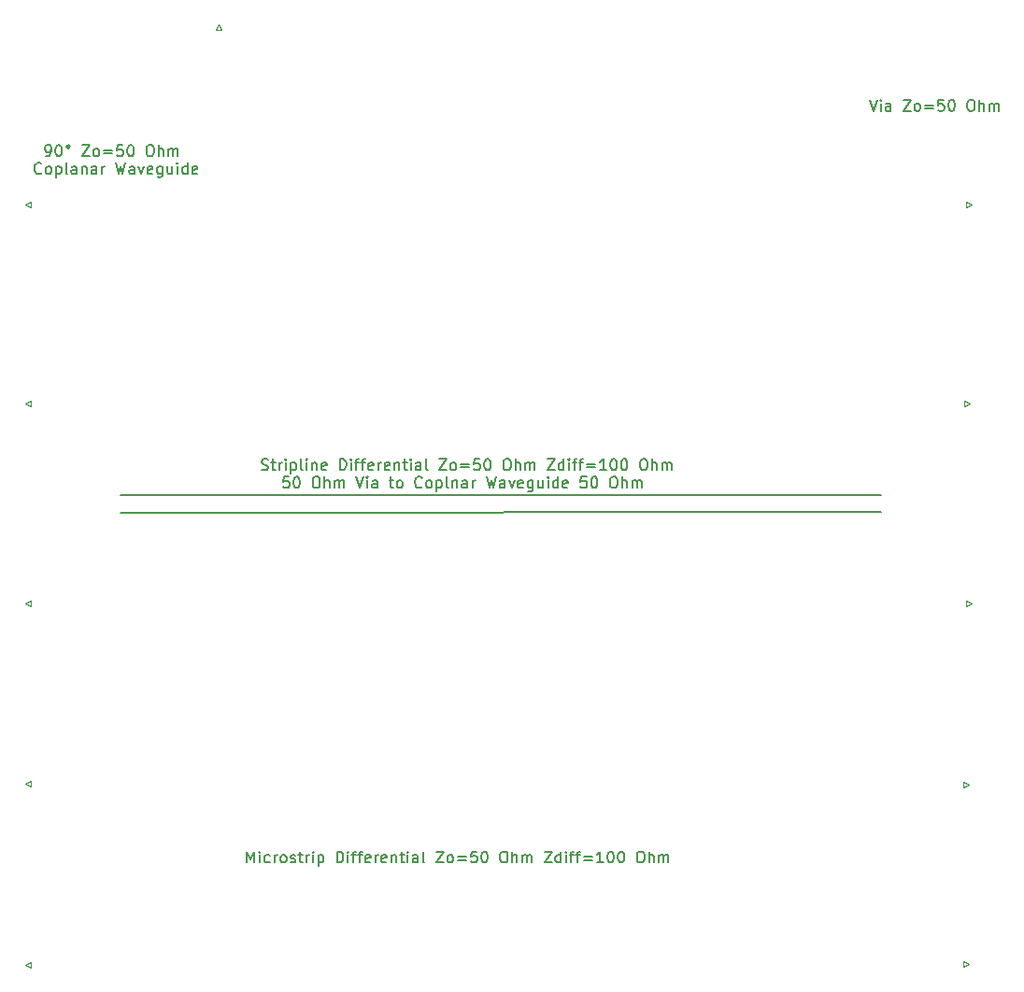
<source format=gto>
G04 #@! TF.GenerationSoftware,KiCad,Pcbnew,(6.0.1)*
G04 #@! TF.CreationDate,2022-06-06T21:41:38+02:00*
G04 #@! TF.ProjectId,rf_test_board,72665f74-6573-4745-9f62-6f6172642e6b,rev?*
G04 #@! TF.SameCoordinates,Original*
G04 #@! TF.FileFunction,Legend,Top*
G04 #@! TF.FilePolarity,Positive*
%FSLAX46Y46*%
G04 Gerber Fmt 4.6, Leading zero omitted, Abs format (unit mm)*
G04 Created by KiCad (PCBNEW (6.0.1)) date 2022-06-06 21:41:38*
%MOMM*%
%LPD*%
G01*
G04 APERTURE LIST*
%ADD10C,0.150000*%
%ADD11C,0.120000*%
%ADD12R,5.080000X2.420000*%
%ADD13R,5.080000X2.290000*%
%ADD14R,2.290000X5.080000*%
%ADD15R,2.420000X5.080000*%
G04 APERTURE END LIST*
D10*
X137327428Y-78192380D02*
X137660761Y-79192380D01*
X137994095Y-78192380D01*
X138327428Y-79192380D02*
X138327428Y-78525714D01*
X138327428Y-78192380D02*
X138279809Y-78240000D01*
X138327428Y-78287619D01*
X138375047Y-78240000D01*
X138327428Y-78192380D01*
X138327428Y-78287619D01*
X139232190Y-79192380D02*
X139232190Y-78668571D01*
X139184571Y-78573333D01*
X139089333Y-78525714D01*
X138898857Y-78525714D01*
X138803619Y-78573333D01*
X139232190Y-79144761D02*
X139136952Y-79192380D01*
X138898857Y-79192380D01*
X138803619Y-79144761D01*
X138756000Y-79049523D01*
X138756000Y-78954285D01*
X138803619Y-78859047D01*
X138898857Y-78811428D01*
X139136952Y-78811428D01*
X139232190Y-78763809D01*
X140375047Y-78192380D02*
X141041714Y-78192380D01*
X140375047Y-79192380D01*
X141041714Y-79192380D01*
X141565523Y-79192380D02*
X141470285Y-79144761D01*
X141422666Y-79097142D01*
X141375047Y-79001904D01*
X141375047Y-78716190D01*
X141422666Y-78620952D01*
X141470285Y-78573333D01*
X141565523Y-78525714D01*
X141708380Y-78525714D01*
X141803619Y-78573333D01*
X141851238Y-78620952D01*
X141898857Y-78716190D01*
X141898857Y-79001904D01*
X141851238Y-79097142D01*
X141803619Y-79144761D01*
X141708380Y-79192380D01*
X141565523Y-79192380D01*
X142327428Y-78668571D02*
X143089333Y-78668571D01*
X143089333Y-78954285D02*
X142327428Y-78954285D01*
X144041714Y-78192380D02*
X143565523Y-78192380D01*
X143517904Y-78668571D01*
X143565523Y-78620952D01*
X143660761Y-78573333D01*
X143898857Y-78573333D01*
X143994095Y-78620952D01*
X144041714Y-78668571D01*
X144089333Y-78763809D01*
X144089333Y-79001904D01*
X144041714Y-79097142D01*
X143994095Y-79144761D01*
X143898857Y-79192380D01*
X143660761Y-79192380D01*
X143565523Y-79144761D01*
X143517904Y-79097142D01*
X144708380Y-78192380D02*
X144803619Y-78192380D01*
X144898857Y-78240000D01*
X144946476Y-78287619D01*
X144994095Y-78382857D01*
X145041714Y-78573333D01*
X145041714Y-78811428D01*
X144994095Y-79001904D01*
X144946476Y-79097142D01*
X144898857Y-79144761D01*
X144803619Y-79192380D01*
X144708380Y-79192380D01*
X144613142Y-79144761D01*
X144565523Y-79097142D01*
X144517904Y-79001904D01*
X144470285Y-78811428D01*
X144470285Y-78573333D01*
X144517904Y-78382857D01*
X144565523Y-78287619D01*
X144613142Y-78240000D01*
X144708380Y-78192380D01*
X146422666Y-78192380D02*
X146613142Y-78192380D01*
X146708380Y-78240000D01*
X146803619Y-78335238D01*
X146851238Y-78525714D01*
X146851238Y-78859047D01*
X146803619Y-79049523D01*
X146708380Y-79144761D01*
X146613142Y-79192380D01*
X146422666Y-79192380D01*
X146327428Y-79144761D01*
X146232190Y-79049523D01*
X146184571Y-78859047D01*
X146184571Y-78525714D01*
X146232190Y-78335238D01*
X146327428Y-78240000D01*
X146422666Y-78192380D01*
X147279809Y-79192380D02*
X147279809Y-78192380D01*
X147708380Y-79192380D02*
X147708380Y-78668571D01*
X147660761Y-78573333D01*
X147565523Y-78525714D01*
X147422666Y-78525714D01*
X147327428Y-78573333D01*
X147279809Y-78620952D01*
X148184571Y-79192380D02*
X148184571Y-78525714D01*
X148184571Y-78620952D02*
X148232190Y-78573333D01*
X148327428Y-78525714D01*
X148470285Y-78525714D01*
X148565523Y-78573333D01*
X148613142Y-78668571D01*
X148613142Y-79192380D01*
X148613142Y-78668571D02*
X148660761Y-78573333D01*
X148756000Y-78525714D01*
X148898857Y-78525714D01*
X148994095Y-78573333D01*
X149041714Y-78668571D01*
X149041714Y-79192380D01*
X62695670Y-83288984D02*
X62886146Y-83288984D01*
X62981384Y-83241365D01*
X63029004Y-83193746D01*
X63124242Y-83050889D01*
X63171861Y-82860413D01*
X63171861Y-82479461D01*
X63124242Y-82384223D01*
X63076623Y-82336604D01*
X62981384Y-82288984D01*
X62790908Y-82288984D01*
X62695670Y-82336604D01*
X62648051Y-82384223D01*
X62600432Y-82479461D01*
X62600432Y-82717556D01*
X62648051Y-82812794D01*
X62695670Y-82860413D01*
X62790908Y-82908032D01*
X62981384Y-82908032D01*
X63076623Y-82860413D01*
X63124242Y-82812794D01*
X63171861Y-82717556D01*
X63790908Y-82288984D02*
X63886146Y-82288984D01*
X63981384Y-82336604D01*
X64029004Y-82384223D01*
X64076623Y-82479461D01*
X64124242Y-82669937D01*
X64124242Y-82908032D01*
X64076623Y-83098508D01*
X64029004Y-83193746D01*
X63981384Y-83241365D01*
X63886146Y-83288984D01*
X63790908Y-83288984D01*
X63695670Y-83241365D01*
X63648051Y-83193746D01*
X63600432Y-83098508D01*
X63552813Y-82908032D01*
X63552813Y-82669937D01*
X63600432Y-82479461D01*
X63648051Y-82384223D01*
X63695670Y-82336604D01*
X63790908Y-82288984D01*
X64695670Y-82288984D02*
X64600432Y-82336604D01*
X64552813Y-82431842D01*
X64600432Y-82527080D01*
X64695670Y-82574699D01*
X64790908Y-82527080D01*
X64838527Y-82431842D01*
X64790908Y-82336604D01*
X64695670Y-82288984D01*
X65981384Y-82288984D02*
X66648051Y-82288984D01*
X65981384Y-83288984D01*
X66648051Y-83288984D01*
X67171861Y-83288984D02*
X67076623Y-83241365D01*
X67029004Y-83193746D01*
X66981384Y-83098508D01*
X66981384Y-82812794D01*
X67029004Y-82717556D01*
X67076623Y-82669937D01*
X67171861Y-82622318D01*
X67314718Y-82622318D01*
X67409956Y-82669937D01*
X67457575Y-82717556D01*
X67505194Y-82812794D01*
X67505194Y-83098508D01*
X67457575Y-83193746D01*
X67409956Y-83241365D01*
X67314718Y-83288984D01*
X67171861Y-83288984D01*
X67933765Y-82765175D02*
X68695670Y-82765175D01*
X68695670Y-83050889D02*
X67933765Y-83050889D01*
X69648051Y-82288984D02*
X69171861Y-82288984D01*
X69124242Y-82765175D01*
X69171861Y-82717556D01*
X69267099Y-82669937D01*
X69505194Y-82669937D01*
X69600432Y-82717556D01*
X69648051Y-82765175D01*
X69695670Y-82860413D01*
X69695670Y-83098508D01*
X69648051Y-83193746D01*
X69600432Y-83241365D01*
X69505194Y-83288984D01*
X69267099Y-83288984D01*
X69171861Y-83241365D01*
X69124242Y-83193746D01*
X70314718Y-82288984D02*
X70409956Y-82288984D01*
X70505194Y-82336604D01*
X70552813Y-82384223D01*
X70600432Y-82479461D01*
X70648051Y-82669937D01*
X70648051Y-82908032D01*
X70600432Y-83098508D01*
X70552813Y-83193746D01*
X70505194Y-83241365D01*
X70409956Y-83288984D01*
X70314718Y-83288984D01*
X70219480Y-83241365D01*
X70171861Y-83193746D01*
X70124242Y-83098508D01*
X70076623Y-82908032D01*
X70076623Y-82669937D01*
X70124242Y-82479461D01*
X70171861Y-82384223D01*
X70219480Y-82336604D01*
X70314718Y-82288984D01*
X72029004Y-82288984D02*
X72219480Y-82288984D01*
X72314718Y-82336604D01*
X72409956Y-82431842D01*
X72457575Y-82622318D01*
X72457575Y-82955651D01*
X72409956Y-83146127D01*
X72314718Y-83241365D01*
X72219480Y-83288984D01*
X72029004Y-83288984D01*
X71933765Y-83241365D01*
X71838527Y-83146127D01*
X71790908Y-82955651D01*
X71790908Y-82622318D01*
X71838527Y-82431842D01*
X71933765Y-82336604D01*
X72029004Y-82288984D01*
X72886146Y-83288984D02*
X72886146Y-82288984D01*
X73314718Y-83288984D02*
X73314718Y-82765175D01*
X73267099Y-82669937D01*
X73171861Y-82622318D01*
X73029004Y-82622318D01*
X72933765Y-82669937D01*
X72886146Y-82717556D01*
X73790908Y-83288984D02*
X73790908Y-82622318D01*
X73790908Y-82717556D02*
X73838527Y-82669937D01*
X73933765Y-82622318D01*
X74076623Y-82622318D01*
X74171861Y-82669937D01*
X74219480Y-82765175D01*
X74219480Y-83288984D01*
X74219480Y-82765175D02*
X74267099Y-82669937D01*
X74362337Y-82622318D01*
X74505194Y-82622318D01*
X74600432Y-82669937D01*
X74648051Y-82765175D01*
X74648051Y-83288984D01*
X62267099Y-84803746D02*
X62219480Y-84851365D01*
X62076623Y-84898984D01*
X61981384Y-84898984D01*
X61838527Y-84851365D01*
X61743289Y-84756127D01*
X61695670Y-84660889D01*
X61648051Y-84470413D01*
X61648051Y-84327556D01*
X61695670Y-84137080D01*
X61743289Y-84041842D01*
X61838527Y-83946604D01*
X61981384Y-83898984D01*
X62076623Y-83898984D01*
X62219480Y-83946604D01*
X62267099Y-83994223D01*
X62838527Y-84898984D02*
X62743289Y-84851365D01*
X62695670Y-84803746D01*
X62648051Y-84708508D01*
X62648051Y-84422794D01*
X62695670Y-84327556D01*
X62743289Y-84279937D01*
X62838527Y-84232318D01*
X62981384Y-84232318D01*
X63076623Y-84279937D01*
X63124242Y-84327556D01*
X63171861Y-84422794D01*
X63171861Y-84708508D01*
X63124242Y-84803746D01*
X63076623Y-84851365D01*
X62981384Y-84898984D01*
X62838527Y-84898984D01*
X63600432Y-84232318D02*
X63600432Y-85232318D01*
X63600432Y-84279937D02*
X63695670Y-84232318D01*
X63886146Y-84232318D01*
X63981384Y-84279937D01*
X64029004Y-84327556D01*
X64076623Y-84422794D01*
X64076623Y-84708508D01*
X64029004Y-84803746D01*
X63981384Y-84851365D01*
X63886146Y-84898984D01*
X63695670Y-84898984D01*
X63600432Y-84851365D01*
X64648051Y-84898984D02*
X64552813Y-84851365D01*
X64505194Y-84756127D01*
X64505194Y-83898984D01*
X65457575Y-84898984D02*
X65457575Y-84375175D01*
X65409956Y-84279937D01*
X65314718Y-84232318D01*
X65124242Y-84232318D01*
X65029004Y-84279937D01*
X65457575Y-84851365D02*
X65362337Y-84898984D01*
X65124242Y-84898984D01*
X65029004Y-84851365D01*
X64981384Y-84756127D01*
X64981384Y-84660889D01*
X65029004Y-84565651D01*
X65124242Y-84518032D01*
X65362337Y-84518032D01*
X65457575Y-84470413D01*
X65933765Y-84232318D02*
X65933765Y-84898984D01*
X65933765Y-84327556D02*
X65981384Y-84279937D01*
X66076623Y-84232318D01*
X66219480Y-84232318D01*
X66314718Y-84279937D01*
X66362337Y-84375175D01*
X66362337Y-84898984D01*
X67267099Y-84898984D02*
X67267099Y-84375175D01*
X67219480Y-84279937D01*
X67124242Y-84232318D01*
X66933765Y-84232318D01*
X66838527Y-84279937D01*
X67267099Y-84851365D02*
X67171861Y-84898984D01*
X66933765Y-84898984D01*
X66838527Y-84851365D01*
X66790908Y-84756127D01*
X66790908Y-84660889D01*
X66838527Y-84565651D01*
X66933765Y-84518032D01*
X67171861Y-84518032D01*
X67267099Y-84470413D01*
X67743289Y-84898984D02*
X67743289Y-84232318D01*
X67743289Y-84422794D02*
X67790908Y-84327556D01*
X67838527Y-84279937D01*
X67933765Y-84232318D01*
X68029004Y-84232318D01*
X69029004Y-83898984D02*
X69267099Y-84898984D01*
X69457575Y-84184699D01*
X69648051Y-84898984D01*
X69886146Y-83898984D01*
X70695670Y-84898984D02*
X70695670Y-84375175D01*
X70648051Y-84279937D01*
X70552813Y-84232318D01*
X70362337Y-84232318D01*
X70267099Y-84279937D01*
X70695670Y-84851365D02*
X70600432Y-84898984D01*
X70362337Y-84898984D01*
X70267099Y-84851365D01*
X70219480Y-84756127D01*
X70219480Y-84660889D01*
X70267099Y-84565651D01*
X70362337Y-84518032D01*
X70600432Y-84518032D01*
X70695670Y-84470413D01*
X71076623Y-84232318D02*
X71314718Y-84898984D01*
X71552813Y-84232318D01*
X72314718Y-84851365D02*
X72219480Y-84898984D01*
X72029004Y-84898984D01*
X71933765Y-84851365D01*
X71886146Y-84756127D01*
X71886146Y-84375175D01*
X71933765Y-84279937D01*
X72029004Y-84232318D01*
X72219480Y-84232318D01*
X72314718Y-84279937D01*
X72362337Y-84375175D01*
X72362337Y-84470413D01*
X71886146Y-84565651D01*
X73219480Y-84232318D02*
X73219480Y-85041842D01*
X73171861Y-85137080D01*
X73124242Y-85184699D01*
X73029004Y-85232318D01*
X72886146Y-85232318D01*
X72790908Y-85184699D01*
X73219480Y-84851365D02*
X73124242Y-84898984D01*
X72933765Y-84898984D01*
X72838527Y-84851365D01*
X72790908Y-84803746D01*
X72743289Y-84708508D01*
X72743289Y-84422794D01*
X72790908Y-84327556D01*
X72838527Y-84279937D01*
X72933765Y-84232318D01*
X73124242Y-84232318D01*
X73219480Y-84279937D01*
X74124242Y-84232318D02*
X74124242Y-84898984D01*
X73695670Y-84232318D02*
X73695670Y-84756127D01*
X73743289Y-84851365D01*
X73838527Y-84898984D01*
X73981384Y-84898984D01*
X74076623Y-84851365D01*
X74124242Y-84803746D01*
X74600432Y-84898984D02*
X74600432Y-84232318D01*
X74600432Y-83898984D02*
X74552813Y-83946604D01*
X74600432Y-83994223D01*
X74648051Y-83946604D01*
X74600432Y-83898984D01*
X74600432Y-83994223D01*
X75505194Y-84898984D02*
X75505194Y-83898984D01*
X75505194Y-84851365D02*
X75409956Y-84898984D01*
X75219480Y-84898984D01*
X75124242Y-84851365D01*
X75076623Y-84803746D01*
X75029004Y-84708508D01*
X75029004Y-84422794D01*
X75076623Y-84327556D01*
X75124242Y-84279937D01*
X75219480Y-84232318D01*
X75409956Y-84232318D01*
X75505194Y-84279937D01*
X76362337Y-84851365D02*
X76267099Y-84898984D01*
X76076623Y-84898984D01*
X75981384Y-84851365D01*
X75933765Y-84756127D01*
X75933765Y-84375175D01*
X75981384Y-84279937D01*
X76076623Y-84232318D01*
X76267099Y-84232318D01*
X76362337Y-84279937D01*
X76409956Y-84375175D01*
X76409956Y-84470413D01*
X75933765Y-84565651D01*
X69425000Y-115600000D02*
X138400000Y-115575000D01*
X138400000Y-114025000D02*
X69425000Y-114025000D01*
X82229761Y-111699761D02*
X82372619Y-111747380D01*
X82610714Y-111747380D01*
X82705952Y-111699761D01*
X82753571Y-111652142D01*
X82801190Y-111556904D01*
X82801190Y-111461666D01*
X82753571Y-111366428D01*
X82705952Y-111318809D01*
X82610714Y-111271190D01*
X82420238Y-111223571D01*
X82325000Y-111175952D01*
X82277380Y-111128333D01*
X82229761Y-111033095D01*
X82229761Y-110937857D01*
X82277380Y-110842619D01*
X82325000Y-110795000D01*
X82420238Y-110747380D01*
X82658333Y-110747380D01*
X82801190Y-110795000D01*
X83086904Y-111080714D02*
X83467857Y-111080714D01*
X83229761Y-110747380D02*
X83229761Y-111604523D01*
X83277380Y-111699761D01*
X83372619Y-111747380D01*
X83467857Y-111747380D01*
X83801190Y-111747380D02*
X83801190Y-111080714D01*
X83801190Y-111271190D02*
X83848809Y-111175952D01*
X83896428Y-111128333D01*
X83991666Y-111080714D01*
X84086904Y-111080714D01*
X84420238Y-111747380D02*
X84420238Y-111080714D01*
X84420238Y-110747380D02*
X84372619Y-110795000D01*
X84420238Y-110842619D01*
X84467857Y-110795000D01*
X84420238Y-110747380D01*
X84420238Y-110842619D01*
X84896428Y-111080714D02*
X84896428Y-112080714D01*
X84896428Y-111128333D02*
X84991666Y-111080714D01*
X85182142Y-111080714D01*
X85277380Y-111128333D01*
X85325000Y-111175952D01*
X85372619Y-111271190D01*
X85372619Y-111556904D01*
X85325000Y-111652142D01*
X85277380Y-111699761D01*
X85182142Y-111747380D01*
X84991666Y-111747380D01*
X84896428Y-111699761D01*
X85944047Y-111747380D02*
X85848809Y-111699761D01*
X85801190Y-111604523D01*
X85801190Y-110747380D01*
X86325000Y-111747380D02*
X86325000Y-111080714D01*
X86325000Y-110747380D02*
X86277380Y-110795000D01*
X86325000Y-110842619D01*
X86372619Y-110795000D01*
X86325000Y-110747380D01*
X86325000Y-110842619D01*
X86801190Y-111080714D02*
X86801190Y-111747380D01*
X86801190Y-111175952D02*
X86848809Y-111128333D01*
X86944047Y-111080714D01*
X87086904Y-111080714D01*
X87182142Y-111128333D01*
X87229761Y-111223571D01*
X87229761Y-111747380D01*
X88086904Y-111699761D02*
X87991666Y-111747380D01*
X87801190Y-111747380D01*
X87705952Y-111699761D01*
X87658333Y-111604523D01*
X87658333Y-111223571D01*
X87705952Y-111128333D01*
X87801190Y-111080714D01*
X87991666Y-111080714D01*
X88086904Y-111128333D01*
X88134523Y-111223571D01*
X88134523Y-111318809D01*
X87658333Y-111414047D01*
X89325000Y-111747380D02*
X89325000Y-110747380D01*
X89563095Y-110747380D01*
X89705952Y-110795000D01*
X89801190Y-110890238D01*
X89848809Y-110985476D01*
X89896428Y-111175952D01*
X89896428Y-111318809D01*
X89848809Y-111509285D01*
X89801190Y-111604523D01*
X89705952Y-111699761D01*
X89563095Y-111747380D01*
X89325000Y-111747380D01*
X90325000Y-111747380D02*
X90325000Y-111080714D01*
X90325000Y-110747380D02*
X90277380Y-110795000D01*
X90325000Y-110842619D01*
X90372619Y-110795000D01*
X90325000Y-110747380D01*
X90325000Y-110842619D01*
X90658333Y-111080714D02*
X91039285Y-111080714D01*
X90801190Y-111747380D02*
X90801190Y-110890238D01*
X90848809Y-110795000D01*
X90944047Y-110747380D01*
X91039285Y-110747380D01*
X91229761Y-111080714D02*
X91610714Y-111080714D01*
X91372619Y-111747380D02*
X91372619Y-110890238D01*
X91420238Y-110795000D01*
X91515476Y-110747380D01*
X91610714Y-110747380D01*
X92325000Y-111699761D02*
X92229761Y-111747380D01*
X92039285Y-111747380D01*
X91944047Y-111699761D01*
X91896428Y-111604523D01*
X91896428Y-111223571D01*
X91944047Y-111128333D01*
X92039285Y-111080714D01*
X92229761Y-111080714D01*
X92325000Y-111128333D01*
X92372619Y-111223571D01*
X92372619Y-111318809D01*
X91896428Y-111414047D01*
X92801190Y-111747380D02*
X92801190Y-111080714D01*
X92801190Y-111271190D02*
X92848809Y-111175952D01*
X92896428Y-111128333D01*
X92991666Y-111080714D01*
X93086904Y-111080714D01*
X93801190Y-111699761D02*
X93705952Y-111747380D01*
X93515476Y-111747380D01*
X93420238Y-111699761D01*
X93372619Y-111604523D01*
X93372619Y-111223571D01*
X93420238Y-111128333D01*
X93515476Y-111080714D01*
X93705952Y-111080714D01*
X93801190Y-111128333D01*
X93848809Y-111223571D01*
X93848809Y-111318809D01*
X93372619Y-111414047D01*
X94277380Y-111080714D02*
X94277380Y-111747380D01*
X94277380Y-111175952D02*
X94325000Y-111128333D01*
X94420238Y-111080714D01*
X94563095Y-111080714D01*
X94658333Y-111128333D01*
X94705952Y-111223571D01*
X94705952Y-111747380D01*
X95039285Y-111080714D02*
X95420238Y-111080714D01*
X95182142Y-110747380D02*
X95182142Y-111604523D01*
X95229761Y-111699761D01*
X95325000Y-111747380D01*
X95420238Y-111747380D01*
X95753571Y-111747380D02*
X95753571Y-111080714D01*
X95753571Y-110747380D02*
X95705952Y-110795000D01*
X95753571Y-110842619D01*
X95801190Y-110795000D01*
X95753571Y-110747380D01*
X95753571Y-110842619D01*
X96658333Y-111747380D02*
X96658333Y-111223571D01*
X96610714Y-111128333D01*
X96515476Y-111080714D01*
X96325000Y-111080714D01*
X96229761Y-111128333D01*
X96658333Y-111699761D02*
X96563095Y-111747380D01*
X96325000Y-111747380D01*
X96229761Y-111699761D01*
X96182142Y-111604523D01*
X96182142Y-111509285D01*
X96229761Y-111414047D01*
X96325000Y-111366428D01*
X96563095Y-111366428D01*
X96658333Y-111318809D01*
X97277380Y-111747380D02*
X97182142Y-111699761D01*
X97134523Y-111604523D01*
X97134523Y-110747380D01*
X98325000Y-110747380D02*
X98991666Y-110747380D01*
X98325000Y-111747380D01*
X98991666Y-111747380D01*
X99515476Y-111747380D02*
X99420238Y-111699761D01*
X99372619Y-111652142D01*
X99325000Y-111556904D01*
X99325000Y-111271190D01*
X99372619Y-111175952D01*
X99420238Y-111128333D01*
X99515476Y-111080714D01*
X99658333Y-111080714D01*
X99753571Y-111128333D01*
X99801190Y-111175952D01*
X99848809Y-111271190D01*
X99848809Y-111556904D01*
X99801190Y-111652142D01*
X99753571Y-111699761D01*
X99658333Y-111747380D01*
X99515476Y-111747380D01*
X100277380Y-111223571D02*
X101039285Y-111223571D01*
X101039285Y-111509285D02*
X100277380Y-111509285D01*
X101991666Y-110747380D02*
X101515476Y-110747380D01*
X101467857Y-111223571D01*
X101515476Y-111175952D01*
X101610714Y-111128333D01*
X101848809Y-111128333D01*
X101944047Y-111175952D01*
X101991666Y-111223571D01*
X102039285Y-111318809D01*
X102039285Y-111556904D01*
X101991666Y-111652142D01*
X101944047Y-111699761D01*
X101848809Y-111747380D01*
X101610714Y-111747380D01*
X101515476Y-111699761D01*
X101467857Y-111652142D01*
X102658333Y-110747380D02*
X102753571Y-110747380D01*
X102848809Y-110795000D01*
X102896428Y-110842619D01*
X102944047Y-110937857D01*
X102991666Y-111128333D01*
X102991666Y-111366428D01*
X102944047Y-111556904D01*
X102896428Y-111652142D01*
X102848809Y-111699761D01*
X102753571Y-111747380D01*
X102658333Y-111747380D01*
X102563095Y-111699761D01*
X102515476Y-111652142D01*
X102467857Y-111556904D01*
X102420238Y-111366428D01*
X102420238Y-111128333D01*
X102467857Y-110937857D01*
X102515476Y-110842619D01*
X102563095Y-110795000D01*
X102658333Y-110747380D01*
X104372619Y-110747380D02*
X104563095Y-110747380D01*
X104658333Y-110795000D01*
X104753571Y-110890238D01*
X104801190Y-111080714D01*
X104801190Y-111414047D01*
X104753571Y-111604523D01*
X104658333Y-111699761D01*
X104563095Y-111747380D01*
X104372619Y-111747380D01*
X104277380Y-111699761D01*
X104182142Y-111604523D01*
X104134523Y-111414047D01*
X104134523Y-111080714D01*
X104182142Y-110890238D01*
X104277380Y-110795000D01*
X104372619Y-110747380D01*
X105229761Y-111747380D02*
X105229761Y-110747380D01*
X105658333Y-111747380D02*
X105658333Y-111223571D01*
X105610714Y-111128333D01*
X105515476Y-111080714D01*
X105372619Y-111080714D01*
X105277380Y-111128333D01*
X105229761Y-111175952D01*
X106134523Y-111747380D02*
X106134523Y-111080714D01*
X106134523Y-111175952D02*
X106182142Y-111128333D01*
X106277380Y-111080714D01*
X106420238Y-111080714D01*
X106515476Y-111128333D01*
X106563095Y-111223571D01*
X106563095Y-111747380D01*
X106563095Y-111223571D02*
X106610714Y-111128333D01*
X106705952Y-111080714D01*
X106848809Y-111080714D01*
X106944047Y-111128333D01*
X106991666Y-111223571D01*
X106991666Y-111747380D01*
X108134523Y-110747380D02*
X108801190Y-110747380D01*
X108134523Y-111747380D01*
X108801190Y-111747380D01*
X109610714Y-111747380D02*
X109610714Y-110747380D01*
X109610714Y-111699761D02*
X109515476Y-111747380D01*
X109325000Y-111747380D01*
X109229761Y-111699761D01*
X109182142Y-111652142D01*
X109134523Y-111556904D01*
X109134523Y-111271190D01*
X109182142Y-111175952D01*
X109229761Y-111128333D01*
X109325000Y-111080714D01*
X109515476Y-111080714D01*
X109610714Y-111128333D01*
X110086904Y-111747380D02*
X110086904Y-111080714D01*
X110086904Y-110747380D02*
X110039285Y-110795000D01*
X110086904Y-110842619D01*
X110134523Y-110795000D01*
X110086904Y-110747380D01*
X110086904Y-110842619D01*
X110420238Y-111080714D02*
X110801190Y-111080714D01*
X110563095Y-111747380D02*
X110563095Y-110890238D01*
X110610714Y-110795000D01*
X110705952Y-110747380D01*
X110801190Y-110747380D01*
X110991666Y-111080714D02*
X111372619Y-111080714D01*
X111134523Y-111747380D02*
X111134523Y-110890238D01*
X111182142Y-110795000D01*
X111277380Y-110747380D01*
X111372619Y-110747380D01*
X111705952Y-111223571D02*
X112467857Y-111223571D01*
X112467857Y-111509285D02*
X111705952Y-111509285D01*
X113467857Y-111747380D02*
X112896428Y-111747380D01*
X113182142Y-111747380D02*
X113182142Y-110747380D01*
X113086904Y-110890238D01*
X112991666Y-110985476D01*
X112896428Y-111033095D01*
X114086904Y-110747380D02*
X114182142Y-110747380D01*
X114277380Y-110795000D01*
X114325000Y-110842619D01*
X114372619Y-110937857D01*
X114420238Y-111128333D01*
X114420238Y-111366428D01*
X114372619Y-111556904D01*
X114325000Y-111652142D01*
X114277380Y-111699761D01*
X114182142Y-111747380D01*
X114086904Y-111747380D01*
X113991666Y-111699761D01*
X113944047Y-111652142D01*
X113896428Y-111556904D01*
X113848809Y-111366428D01*
X113848809Y-111128333D01*
X113896428Y-110937857D01*
X113944047Y-110842619D01*
X113991666Y-110795000D01*
X114086904Y-110747380D01*
X115039285Y-110747380D02*
X115134523Y-110747380D01*
X115229761Y-110795000D01*
X115277380Y-110842619D01*
X115324999Y-110937857D01*
X115372619Y-111128333D01*
X115372619Y-111366428D01*
X115324999Y-111556904D01*
X115277380Y-111652142D01*
X115229761Y-111699761D01*
X115134523Y-111747380D01*
X115039285Y-111747380D01*
X114944047Y-111699761D01*
X114896428Y-111652142D01*
X114848809Y-111556904D01*
X114801190Y-111366428D01*
X114801190Y-111128333D01*
X114848809Y-110937857D01*
X114896428Y-110842619D01*
X114944047Y-110795000D01*
X115039285Y-110747380D01*
X116753571Y-110747380D02*
X116944047Y-110747380D01*
X117039285Y-110795000D01*
X117134523Y-110890238D01*
X117182142Y-111080714D01*
X117182142Y-111414047D01*
X117134523Y-111604523D01*
X117039285Y-111699761D01*
X116944047Y-111747380D01*
X116753571Y-111747380D01*
X116658333Y-111699761D01*
X116563095Y-111604523D01*
X116515476Y-111414047D01*
X116515476Y-111080714D01*
X116563095Y-110890238D01*
X116658333Y-110795000D01*
X116753571Y-110747380D01*
X117610714Y-111747380D02*
X117610714Y-110747380D01*
X118039285Y-111747380D02*
X118039285Y-111223571D01*
X117991666Y-111128333D01*
X117896428Y-111080714D01*
X117753571Y-111080714D01*
X117658333Y-111128333D01*
X117610714Y-111175952D01*
X118515476Y-111747380D02*
X118515476Y-111080714D01*
X118515476Y-111175952D02*
X118563095Y-111128333D01*
X118658333Y-111080714D01*
X118801190Y-111080714D01*
X118896428Y-111128333D01*
X118944047Y-111223571D01*
X118944047Y-111747380D01*
X118944047Y-111223571D02*
X118991666Y-111128333D01*
X119086904Y-111080714D01*
X119229761Y-111080714D01*
X119324999Y-111128333D01*
X119372619Y-111223571D01*
X119372619Y-111747380D01*
X84705952Y-112357380D02*
X84229761Y-112357380D01*
X84182142Y-112833571D01*
X84229761Y-112785952D01*
X84325000Y-112738333D01*
X84563095Y-112738333D01*
X84658333Y-112785952D01*
X84705952Y-112833571D01*
X84753571Y-112928809D01*
X84753571Y-113166904D01*
X84705952Y-113262142D01*
X84658333Y-113309761D01*
X84563095Y-113357380D01*
X84325000Y-113357380D01*
X84229761Y-113309761D01*
X84182142Y-113262142D01*
X85372619Y-112357380D02*
X85467857Y-112357380D01*
X85563095Y-112405000D01*
X85610714Y-112452619D01*
X85658333Y-112547857D01*
X85705952Y-112738333D01*
X85705952Y-112976428D01*
X85658333Y-113166904D01*
X85610714Y-113262142D01*
X85563095Y-113309761D01*
X85467857Y-113357380D01*
X85372619Y-113357380D01*
X85277380Y-113309761D01*
X85229761Y-113262142D01*
X85182142Y-113166904D01*
X85134523Y-112976428D01*
X85134523Y-112738333D01*
X85182142Y-112547857D01*
X85229761Y-112452619D01*
X85277380Y-112405000D01*
X85372619Y-112357380D01*
X87086904Y-112357380D02*
X87277380Y-112357380D01*
X87372619Y-112405000D01*
X87467857Y-112500238D01*
X87515476Y-112690714D01*
X87515476Y-113024047D01*
X87467857Y-113214523D01*
X87372619Y-113309761D01*
X87277380Y-113357380D01*
X87086904Y-113357380D01*
X86991666Y-113309761D01*
X86896428Y-113214523D01*
X86848809Y-113024047D01*
X86848809Y-112690714D01*
X86896428Y-112500238D01*
X86991666Y-112405000D01*
X87086904Y-112357380D01*
X87944047Y-113357380D02*
X87944047Y-112357380D01*
X88372619Y-113357380D02*
X88372619Y-112833571D01*
X88325000Y-112738333D01*
X88229761Y-112690714D01*
X88086904Y-112690714D01*
X87991666Y-112738333D01*
X87944047Y-112785952D01*
X88848809Y-113357380D02*
X88848809Y-112690714D01*
X88848809Y-112785952D02*
X88896428Y-112738333D01*
X88991666Y-112690714D01*
X89134523Y-112690714D01*
X89229761Y-112738333D01*
X89277380Y-112833571D01*
X89277380Y-113357380D01*
X89277380Y-112833571D02*
X89325000Y-112738333D01*
X89420238Y-112690714D01*
X89563095Y-112690714D01*
X89658333Y-112738333D01*
X89705952Y-112833571D01*
X89705952Y-113357380D01*
X90801190Y-112357380D02*
X91134523Y-113357380D01*
X91467857Y-112357380D01*
X91801190Y-113357380D02*
X91801190Y-112690714D01*
X91801190Y-112357380D02*
X91753571Y-112405000D01*
X91801190Y-112452619D01*
X91848809Y-112405000D01*
X91801190Y-112357380D01*
X91801190Y-112452619D01*
X92705952Y-113357380D02*
X92705952Y-112833571D01*
X92658333Y-112738333D01*
X92563095Y-112690714D01*
X92372619Y-112690714D01*
X92277380Y-112738333D01*
X92705952Y-113309761D02*
X92610714Y-113357380D01*
X92372619Y-113357380D01*
X92277380Y-113309761D01*
X92229761Y-113214523D01*
X92229761Y-113119285D01*
X92277380Y-113024047D01*
X92372619Y-112976428D01*
X92610714Y-112976428D01*
X92705952Y-112928809D01*
X93801190Y-112690714D02*
X94182142Y-112690714D01*
X93944047Y-112357380D02*
X93944047Y-113214523D01*
X93991666Y-113309761D01*
X94086904Y-113357380D01*
X94182142Y-113357380D01*
X94658333Y-113357380D02*
X94563095Y-113309761D01*
X94515476Y-113262142D01*
X94467857Y-113166904D01*
X94467857Y-112881190D01*
X94515476Y-112785952D01*
X94563095Y-112738333D01*
X94658333Y-112690714D01*
X94801190Y-112690714D01*
X94896428Y-112738333D01*
X94944047Y-112785952D01*
X94991666Y-112881190D01*
X94991666Y-113166904D01*
X94944047Y-113262142D01*
X94896428Y-113309761D01*
X94801190Y-113357380D01*
X94658333Y-113357380D01*
X96753571Y-113262142D02*
X96705952Y-113309761D01*
X96563095Y-113357380D01*
X96467857Y-113357380D01*
X96325000Y-113309761D01*
X96229761Y-113214523D01*
X96182142Y-113119285D01*
X96134523Y-112928809D01*
X96134523Y-112785952D01*
X96182142Y-112595476D01*
X96229761Y-112500238D01*
X96325000Y-112405000D01*
X96467857Y-112357380D01*
X96563095Y-112357380D01*
X96705952Y-112405000D01*
X96753571Y-112452619D01*
X97325000Y-113357380D02*
X97229761Y-113309761D01*
X97182142Y-113262142D01*
X97134523Y-113166904D01*
X97134523Y-112881190D01*
X97182142Y-112785952D01*
X97229761Y-112738333D01*
X97325000Y-112690714D01*
X97467857Y-112690714D01*
X97563095Y-112738333D01*
X97610714Y-112785952D01*
X97658333Y-112881190D01*
X97658333Y-113166904D01*
X97610714Y-113262142D01*
X97563095Y-113309761D01*
X97467857Y-113357380D01*
X97325000Y-113357380D01*
X98086904Y-112690714D02*
X98086904Y-113690714D01*
X98086904Y-112738333D02*
X98182142Y-112690714D01*
X98372619Y-112690714D01*
X98467857Y-112738333D01*
X98515476Y-112785952D01*
X98563095Y-112881190D01*
X98563095Y-113166904D01*
X98515476Y-113262142D01*
X98467857Y-113309761D01*
X98372619Y-113357380D01*
X98182142Y-113357380D01*
X98086904Y-113309761D01*
X99134523Y-113357380D02*
X99039285Y-113309761D01*
X98991666Y-113214523D01*
X98991666Y-112357380D01*
X99515476Y-112690714D02*
X99515476Y-113357380D01*
X99515476Y-112785952D02*
X99563095Y-112738333D01*
X99658333Y-112690714D01*
X99801190Y-112690714D01*
X99896428Y-112738333D01*
X99944047Y-112833571D01*
X99944047Y-113357380D01*
X100848809Y-113357380D02*
X100848809Y-112833571D01*
X100801190Y-112738333D01*
X100705952Y-112690714D01*
X100515476Y-112690714D01*
X100420238Y-112738333D01*
X100848809Y-113309761D02*
X100753571Y-113357380D01*
X100515476Y-113357380D01*
X100420238Y-113309761D01*
X100372619Y-113214523D01*
X100372619Y-113119285D01*
X100420238Y-113024047D01*
X100515476Y-112976428D01*
X100753571Y-112976428D01*
X100848809Y-112928809D01*
X101325000Y-113357380D02*
X101325000Y-112690714D01*
X101325000Y-112881190D02*
X101372619Y-112785952D01*
X101420238Y-112738333D01*
X101515476Y-112690714D01*
X101610714Y-112690714D01*
X102610714Y-112357380D02*
X102848809Y-113357380D01*
X103039285Y-112643095D01*
X103229761Y-113357380D01*
X103467857Y-112357380D01*
X104277380Y-113357380D02*
X104277380Y-112833571D01*
X104229761Y-112738333D01*
X104134523Y-112690714D01*
X103944047Y-112690714D01*
X103848809Y-112738333D01*
X104277380Y-113309761D02*
X104182142Y-113357380D01*
X103944047Y-113357380D01*
X103848809Y-113309761D01*
X103801190Y-113214523D01*
X103801190Y-113119285D01*
X103848809Y-113024047D01*
X103944047Y-112976428D01*
X104182142Y-112976428D01*
X104277380Y-112928809D01*
X104658333Y-112690714D02*
X104896428Y-113357380D01*
X105134523Y-112690714D01*
X105896428Y-113309761D02*
X105801190Y-113357380D01*
X105610714Y-113357380D01*
X105515476Y-113309761D01*
X105467857Y-113214523D01*
X105467857Y-112833571D01*
X105515476Y-112738333D01*
X105610714Y-112690714D01*
X105801190Y-112690714D01*
X105896428Y-112738333D01*
X105944047Y-112833571D01*
X105944047Y-112928809D01*
X105467857Y-113024047D01*
X106801190Y-112690714D02*
X106801190Y-113500238D01*
X106753571Y-113595476D01*
X106705952Y-113643095D01*
X106610714Y-113690714D01*
X106467857Y-113690714D01*
X106372619Y-113643095D01*
X106801190Y-113309761D02*
X106705952Y-113357380D01*
X106515476Y-113357380D01*
X106420238Y-113309761D01*
X106372619Y-113262142D01*
X106325000Y-113166904D01*
X106325000Y-112881190D01*
X106372619Y-112785952D01*
X106420238Y-112738333D01*
X106515476Y-112690714D01*
X106705952Y-112690714D01*
X106801190Y-112738333D01*
X107705952Y-112690714D02*
X107705952Y-113357380D01*
X107277380Y-112690714D02*
X107277380Y-113214523D01*
X107325000Y-113309761D01*
X107420238Y-113357380D01*
X107563095Y-113357380D01*
X107658333Y-113309761D01*
X107705952Y-113262142D01*
X108182142Y-113357380D02*
X108182142Y-112690714D01*
X108182142Y-112357380D02*
X108134523Y-112405000D01*
X108182142Y-112452619D01*
X108229761Y-112405000D01*
X108182142Y-112357380D01*
X108182142Y-112452619D01*
X109086904Y-113357380D02*
X109086904Y-112357380D01*
X109086904Y-113309761D02*
X108991666Y-113357380D01*
X108801190Y-113357380D01*
X108705952Y-113309761D01*
X108658333Y-113262142D01*
X108610714Y-113166904D01*
X108610714Y-112881190D01*
X108658333Y-112785952D01*
X108705952Y-112738333D01*
X108801190Y-112690714D01*
X108991666Y-112690714D01*
X109086904Y-112738333D01*
X109944047Y-113309761D02*
X109848809Y-113357380D01*
X109658333Y-113357380D01*
X109563095Y-113309761D01*
X109515476Y-113214523D01*
X109515476Y-112833571D01*
X109563095Y-112738333D01*
X109658333Y-112690714D01*
X109848809Y-112690714D01*
X109944047Y-112738333D01*
X109991666Y-112833571D01*
X109991666Y-112928809D01*
X109515476Y-113024047D01*
X111658333Y-112357380D02*
X111182142Y-112357380D01*
X111134523Y-112833571D01*
X111182142Y-112785952D01*
X111277380Y-112738333D01*
X111515476Y-112738333D01*
X111610714Y-112785952D01*
X111658333Y-112833571D01*
X111705952Y-112928809D01*
X111705952Y-113166904D01*
X111658333Y-113262142D01*
X111610714Y-113309761D01*
X111515476Y-113357380D01*
X111277380Y-113357380D01*
X111182142Y-113309761D01*
X111134523Y-113262142D01*
X112325000Y-112357380D02*
X112420238Y-112357380D01*
X112515476Y-112405000D01*
X112563095Y-112452619D01*
X112610714Y-112547857D01*
X112658333Y-112738333D01*
X112658333Y-112976428D01*
X112610714Y-113166904D01*
X112563095Y-113262142D01*
X112515476Y-113309761D01*
X112420238Y-113357380D01*
X112325000Y-113357380D01*
X112229761Y-113309761D01*
X112182142Y-113262142D01*
X112134523Y-113166904D01*
X112086904Y-112976428D01*
X112086904Y-112738333D01*
X112134523Y-112547857D01*
X112182142Y-112452619D01*
X112229761Y-112405000D01*
X112325000Y-112357380D01*
X114039285Y-112357380D02*
X114229761Y-112357380D01*
X114325000Y-112405000D01*
X114420238Y-112500238D01*
X114467857Y-112690714D01*
X114467857Y-113024047D01*
X114420238Y-113214523D01*
X114325000Y-113309761D01*
X114229761Y-113357380D01*
X114039285Y-113357380D01*
X113944047Y-113309761D01*
X113848809Y-113214523D01*
X113801190Y-113024047D01*
X113801190Y-112690714D01*
X113848809Y-112500238D01*
X113944047Y-112405000D01*
X114039285Y-112357380D01*
X114896428Y-113357380D02*
X114896428Y-112357380D01*
X115325000Y-113357380D02*
X115325000Y-112833571D01*
X115277380Y-112738333D01*
X115182142Y-112690714D01*
X115039285Y-112690714D01*
X114944047Y-112738333D01*
X114896428Y-112785952D01*
X115801190Y-113357380D02*
X115801190Y-112690714D01*
X115801190Y-112785952D02*
X115848809Y-112738333D01*
X115944047Y-112690714D01*
X116086904Y-112690714D01*
X116182142Y-112738333D01*
X116229761Y-112833571D01*
X116229761Y-113357380D01*
X116229761Y-112833571D02*
X116277380Y-112738333D01*
X116372619Y-112690714D01*
X116515476Y-112690714D01*
X116610714Y-112738333D01*
X116658333Y-112833571D01*
X116658333Y-113357380D01*
X80904761Y-147315180D02*
X80904761Y-146315180D01*
X81238095Y-147029466D01*
X81571428Y-146315180D01*
X81571428Y-147315180D01*
X82047619Y-147315180D02*
X82047619Y-146648514D01*
X82047619Y-146315180D02*
X82000000Y-146362800D01*
X82047619Y-146410419D01*
X82095238Y-146362800D01*
X82047619Y-146315180D01*
X82047619Y-146410419D01*
X82952380Y-147267561D02*
X82857142Y-147315180D01*
X82666666Y-147315180D01*
X82571428Y-147267561D01*
X82523809Y-147219942D01*
X82476190Y-147124704D01*
X82476190Y-146838990D01*
X82523809Y-146743752D01*
X82571428Y-146696133D01*
X82666666Y-146648514D01*
X82857142Y-146648514D01*
X82952380Y-146696133D01*
X83380952Y-147315180D02*
X83380952Y-146648514D01*
X83380952Y-146838990D02*
X83428571Y-146743752D01*
X83476190Y-146696133D01*
X83571428Y-146648514D01*
X83666666Y-146648514D01*
X84142857Y-147315180D02*
X84047619Y-147267561D01*
X84000000Y-147219942D01*
X83952380Y-147124704D01*
X83952380Y-146838990D01*
X84000000Y-146743752D01*
X84047619Y-146696133D01*
X84142857Y-146648514D01*
X84285714Y-146648514D01*
X84380952Y-146696133D01*
X84428571Y-146743752D01*
X84476190Y-146838990D01*
X84476190Y-147124704D01*
X84428571Y-147219942D01*
X84380952Y-147267561D01*
X84285714Y-147315180D01*
X84142857Y-147315180D01*
X84857142Y-147267561D02*
X84952380Y-147315180D01*
X85142857Y-147315180D01*
X85238095Y-147267561D01*
X85285714Y-147172323D01*
X85285714Y-147124704D01*
X85238095Y-147029466D01*
X85142857Y-146981847D01*
X85000000Y-146981847D01*
X84904761Y-146934228D01*
X84857142Y-146838990D01*
X84857142Y-146791371D01*
X84904761Y-146696133D01*
X85000000Y-146648514D01*
X85142857Y-146648514D01*
X85238095Y-146696133D01*
X85571428Y-146648514D02*
X85952380Y-146648514D01*
X85714285Y-146315180D02*
X85714285Y-147172323D01*
X85761904Y-147267561D01*
X85857142Y-147315180D01*
X85952380Y-147315180D01*
X86285714Y-147315180D02*
X86285714Y-146648514D01*
X86285714Y-146838990D02*
X86333333Y-146743752D01*
X86380952Y-146696133D01*
X86476190Y-146648514D01*
X86571428Y-146648514D01*
X86904761Y-147315180D02*
X86904761Y-146648514D01*
X86904761Y-146315180D02*
X86857142Y-146362800D01*
X86904761Y-146410419D01*
X86952380Y-146362800D01*
X86904761Y-146315180D01*
X86904761Y-146410419D01*
X87380952Y-146648514D02*
X87380952Y-147648514D01*
X87380952Y-146696133D02*
X87476190Y-146648514D01*
X87666666Y-146648514D01*
X87761904Y-146696133D01*
X87809523Y-146743752D01*
X87857142Y-146838990D01*
X87857142Y-147124704D01*
X87809523Y-147219942D01*
X87761904Y-147267561D01*
X87666666Y-147315180D01*
X87476190Y-147315180D01*
X87380952Y-147267561D01*
X89047619Y-147315180D02*
X89047619Y-146315180D01*
X89285714Y-146315180D01*
X89428571Y-146362800D01*
X89523809Y-146458038D01*
X89571428Y-146553276D01*
X89619047Y-146743752D01*
X89619047Y-146886609D01*
X89571428Y-147077085D01*
X89523809Y-147172323D01*
X89428571Y-147267561D01*
X89285714Y-147315180D01*
X89047619Y-147315180D01*
X90047619Y-147315180D02*
X90047619Y-146648514D01*
X90047619Y-146315180D02*
X90000000Y-146362800D01*
X90047619Y-146410419D01*
X90095238Y-146362800D01*
X90047619Y-146315180D01*
X90047619Y-146410419D01*
X90380952Y-146648514D02*
X90761904Y-146648514D01*
X90523809Y-147315180D02*
X90523809Y-146458038D01*
X90571428Y-146362800D01*
X90666666Y-146315180D01*
X90761904Y-146315180D01*
X90952380Y-146648514D02*
X91333333Y-146648514D01*
X91095238Y-147315180D02*
X91095238Y-146458038D01*
X91142857Y-146362800D01*
X91238095Y-146315180D01*
X91333333Y-146315180D01*
X92047619Y-147267561D02*
X91952380Y-147315180D01*
X91761904Y-147315180D01*
X91666666Y-147267561D01*
X91619047Y-147172323D01*
X91619047Y-146791371D01*
X91666666Y-146696133D01*
X91761904Y-146648514D01*
X91952380Y-146648514D01*
X92047619Y-146696133D01*
X92095238Y-146791371D01*
X92095238Y-146886609D01*
X91619047Y-146981847D01*
X92523809Y-147315180D02*
X92523809Y-146648514D01*
X92523809Y-146838990D02*
X92571428Y-146743752D01*
X92619047Y-146696133D01*
X92714285Y-146648514D01*
X92809523Y-146648514D01*
X93523809Y-147267561D02*
X93428571Y-147315180D01*
X93238095Y-147315180D01*
X93142857Y-147267561D01*
X93095238Y-147172323D01*
X93095238Y-146791371D01*
X93142857Y-146696133D01*
X93238095Y-146648514D01*
X93428571Y-146648514D01*
X93523809Y-146696133D01*
X93571428Y-146791371D01*
X93571428Y-146886609D01*
X93095238Y-146981847D01*
X94000000Y-146648514D02*
X94000000Y-147315180D01*
X94000000Y-146743752D02*
X94047619Y-146696133D01*
X94142857Y-146648514D01*
X94285714Y-146648514D01*
X94380952Y-146696133D01*
X94428571Y-146791371D01*
X94428571Y-147315180D01*
X94761904Y-146648514D02*
X95142857Y-146648514D01*
X94904761Y-146315180D02*
X94904761Y-147172323D01*
X94952380Y-147267561D01*
X95047619Y-147315180D01*
X95142857Y-147315180D01*
X95476190Y-147315180D02*
X95476190Y-146648514D01*
X95476190Y-146315180D02*
X95428571Y-146362800D01*
X95476190Y-146410419D01*
X95523809Y-146362800D01*
X95476190Y-146315180D01*
X95476190Y-146410419D01*
X96380952Y-147315180D02*
X96380952Y-146791371D01*
X96333333Y-146696133D01*
X96238095Y-146648514D01*
X96047619Y-146648514D01*
X95952380Y-146696133D01*
X96380952Y-147267561D02*
X96285714Y-147315180D01*
X96047619Y-147315180D01*
X95952380Y-147267561D01*
X95904761Y-147172323D01*
X95904761Y-147077085D01*
X95952380Y-146981847D01*
X96047619Y-146934228D01*
X96285714Y-146934228D01*
X96380952Y-146886609D01*
X97000000Y-147315180D02*
X96904761Y-147267561D01*
X96857142Y-147172323D01*
X96857142Y-146315180D01*
X98047619Y-146315180D02*
X98714285Y-146315180D01*
X98047619Y-147315180D01*
X98714285Y-147315180D01*
X99238095Y-147315180D02*
X99142857Y-147267561D01*
X99095238Y-147219942D01*
X99047619Y-147124704D01*
X99047619Y-146838990D01*
X99095238Y-146743752D01*
X99142857Y-146696133D01*
X99238095Y-146648514D01*
X99380952Y-146648514D01*
X99476190Y-146696133D01*
X99523809Y-146743752D01*
X99571428Y-146838990D01*
X99571428Y-147124704D01*
X99523809Y-147219942D01*
X99476190Y-147267561D01*
X99380952Y-147315180D01*
X99238095Y-147315180D01*
X100000000Y-146791371D02*
X100761904Y-146791371D01*
X100761904Y-147077085D02*
X100000000Y-147077085D01*
X101714285Y-146315180D02*
X101238095Y-146315180D01*
X101190476Y-146791371D01*
X101238095Y-146743752D01*
X101333333Y-146696133D01*
X101571428Y-146696133D01*
X101666666Y-146743752D01*
X101714285Y-146791371D01*
X101761904Y-146886609D01*
X101761904Y-147124704D01*
X101714285Y-147219942D01*
X101666666Y-147267561D01*
X101571428Y-147315180D01*
X101333333Y-147315180D01*
X101238095Y-147267561D01*
X101190476Y-147219942D01*
X102380952Y-146315180D02*
X102476190Y-146315180D01*
X102571428Y-146362800D01*
X102619047Y-146410419D01*
X102666666Y-146505657D01*
X102714285Y-146696133D01*
X102714285Y-146934228D01*
X102666666Y-147124704D01*
X102619047Y-147219942D01*
X102571428Y-147267561D01*
X102476190Y-147315180D01*
X102380952Y-147315180D01*
X102285714Y-147267561D01*
X102238095Y-147219942D01*
X102190476Y-147124704D01*
X102142857Y-146934228D01*
X102142857Y-146696133D01*
X102190476Y-146505657D01*
X102238095Y-146410419D01*
X102285714Y-146362800D01*
X102380952Y-146315180D01*
X104095238Y-146315180D02*
X104285714Y-146315180D01*
X104380952Y-146362800D01*
X104476190Y-146458038D01*
X104523809Y-146648514D01*
X104523809Y-146981847D01*
X104476190Y-147172323D01*
X104380952Y-147267561D01*
X104285714Y-147315180D01*
X104095238Y-147315180D01*
X104000000Y-147267561D01*
X103904761Y-147172323D01*
X103857142Y-146981847D01*
X103857142Y-146648514D01*
X103904761Y-146458038D01*
X104000000Y-146362800D01*
X104095238Y-146315180D01*
X104952380Y-147315180D02*
X104952380Y-146315180D01*
X105380952Y-147315180D02*
X105380952Y-146791371D01*
X105333333Y-146696133D01*
X105238095Y-146648514D01*
X105095238Y-146648514D01*
X105000000Y-146696133D01*
X104952380Y-146743752D01*
X105857142Y-147315180D02*
X105857142Y-146648514D01*
X105857142Y-146743752D02*
X105904761Y-146696133D01*
X106000000Y-146648514D01*
X106142857Y-146648514D01*
X106238095Y-146696133D01*
X106285714Y-146791371D01*
X106285714Y-147315180D01*
X106285714Y-146791371D02*
X106333333Y-146696133D01*
X106428571Y-146648514D01*
X106571428Y-146648514D01*
X106666666Y-146696133D01*
X106714285Y-146791371D01*
X106714285Y-147315180D01*
X107857142Y-146315180D02*
X108523809Y-146315180D01*
X107857142Y-147315180D01*
X108523809Y-147315180D01*
X109333333Y-147315180D02*
X109333333Y-146315180D01*
X109333333Y-147267561D02*
X109238095Y-147315180D01*
X109047619Y-147315180D01*
X108952380Y-147267561D01*
X108904761Y-147219942D01*
X108857142Y-147124704D01*
X108857142Y-146838990D01*
X108904761Y-146743752D01*
X108952380Y-146696133D01*
X109047619Y-146648514D01*
X109238095Y-146648514D01*
X109333333Y-146696133D01*
X109809523Y-147315180D02*
X109809523Y-146648514D01*
X109809523Y-146315180D02*
X109761904Y-146362800D01*
X109809523Y-146410419D01*
X109857142Y-146362800D01*
X109809523Y-146315180D01*
X109809523Y-146410419D01*
X110142857Y-146648514D02*
X110523809Y-146648514D01*
X110285714Y-147315180D02*
X110285714Y-146458038D01*
X110333333Y-146362800D01*
X110428571Y-146315180D01*
X110523809Y-146315180D01*
X110714285Y-146648514D02*
X111095238Y-146648514D01*
X110857142Y-147315180D02*
X110857142Y-146458038D01*
X110904761Y-146362800D01*
X111000000Y-146315180D01*
X111095238Y-146315180D01*
X111428571Y-146791371D02*
X112190476Y-146791371D01*
X112190476Y-147077085D02*
X111428571Y-147077085D01*
X113190476Y-147315180D02*
X112619047Y-147315180D01*
X112904761Y-147315180D02*
X112904761Y-146315180D01*
X112809523Y-146458038D01*
X112714285Y-146553276D01*
X112619047Y-146600895D01*
X113809523Y-146315180D02*
X113904761Y-146315180D01*
X114000000Y-146362800D01*
X114047619Y-146410419D01*
X114095238Y-146505657D01*
X114142857Y-146696133D01*
X114142857Y-146934228D01*
X114095238Y-147124704D01*
X114047619Y-147219942D01*
X114000000Y-147267561D01*
X113904761Y-147315180D01*
X113809523Y-147315180D01*
X113714285Y-147267561D01*
X113666666Y-147219942D01*
X113619047Y-147124704D01*
X113571428Y-146934228D01*
X113571428Y-146696133D01*
X113619047Y-146505657D01*
X113666666Y-146410419D01*
X113714285Y-146362800D01*
X113809523Y-146315180D01*
X114761904Y-146315180D02*
X114857142Y-146315180D01*
X114952380Y-146362800D01*
X115000000Y-146410419D01*
X115047619Y-146505657D01*
X115095238Y-146696133D01*
X115095238Y-146934228D01*
X115047619Y-147124704D01*
X115000000Y-147219942D01*
X114952380Y-147267561D01*
X114857142Y-147315180D01*
X114761904Y-147315180D01*
X114666666Y-147267561D01*
X114619047Y-147219942D01*
X114571428Y-147124704D01*
X114523809Y-146934228D01*
X114523809Y-146696133D01*
X114571428Y-146505657D01*
X114619047Y-146410419D01*
X114666666Y-146362800D01*
X114761904Y-146315180D01*
X116476190Y-146315180D02*
X116666666Y-146315180D01*
X116761904Y-146362800D01*
X116857142Y-146458038D01*
X116904761Y-146648514D01*
X116904761Y-146981847D01*
X116857142Y-147172323D01*
X116761904Y-147267561D01*
X116666666Y-147315180D01*
X116476190Y-147315180D01*
X116380952Y-147267561D01*
X116285714Y-147172323D01*
X116238095Y-146981847D01*
X116238095Y-146648514D01*
X116285714Y-146458038D01*
X116380952Y-146362800D01*
X116476190Y-146315180D01*
X117333333Y-147315180D02*
X117333333Y-146315180D01*
X117761904Y-147315180D02*
X117761904Y-146791371D01*
X117714285Y-146696133D01*
X117619047Y-146648514D01*
X117476190Y-146648514D01*
X117380952Y-146696133D01*
X117333333Y-146743752D01*
X118238095Y-147315180D02*
X118238095Y-146648514D01*
X118238095Y-146743752D02*
X118285714Y-146696133D01*
X118380952Y-146648514D01*
X118523809Y-146648514D01*
X118619047Y-146696133D01*
X118666666Y-146791371D01*
X118666666Y-147315180D01*
X118666666Y-146791371D02*
X118714285Y-146696133D01*
X118809523Y-146648514D01*
X118952380Y-146648514D01*
X119047619Y-146696133D01*
X119095238Y-146791371D01*
X119095238Y-147315180D01*
D11*
X61349000Y-123551000D02*
X61349000Y-124051000D01*
X61349000Y-124051000D02*
X60849000Y-123801000D01*
X60849000Y-123801000D02*
X61349000Y-123551000D01*
X146084850Y-123549600D02*
X146584850Y-123799600D01*
X146584850Y-123799600D02*
X146084850Y-124049600D01*
X146084850Y-124049600D02*
X146084850Y-123549600D01*
X60817000Y-87694000D02*
X61317000Y-87444000D01*
X61317000Y-87944000D02*
X60817000Y-87694000D01*
X61317000Y-87444000D02*
X61317000Y-87944000D01*
X146343200Y-140273000D02*
X145843200Y-140523000D01*
X145843200Y-140023000D02*
X146343200Y-140273000D01*
X145843200Y-140523000D02*
X145843200Y-140023000D01*
X61307000Y-140446800D02*
X60807000Y-140196800D01*
X61307000Y-139946800D02*
X61307000Y-140446800D01*
X60807000Y-140196800D02*
X61307000Y-139946800D01*
X145894350Y-105964800D02*
X145894350Y-105464800D01*
X146394350Y-105714800D02*
X145894350Y-105964800D01*
X145894350Y-105464800D02*
X146394350Y-105714800D01*
X61293450Y-105502900D02*
X61293450Y-106002900D01*
X61293450Y-106002900D02*
X60793450Y-105752900D01*
X60793450Y-105752900D02*
X61293450Y-105502900D01*
X78305000Y-71344000D02*
X78555000Y-71844000D01*
X78555000Y-71844000D02*
X78055000Y-71844000D01*
X78055000Y-71844000D02*
X78305000Y-71344000D01*
X146055000Y-87932000D02*
X146055000Y-87432000D01*
X146555000Y-87682000D02*
X146055000Y-87932000D01*
X146055000Y-87432000D02*
X146555000Y-87682000D01*
X61332400Y-156355200D02*
X61332400Y-156855200D01*
X60832400Y-156605200D02*
X61332400Y-156355200D01*
X61332400Y-156855200D02*
X60832400Y-156605200D01*
X145843200Y-156753600D02*
X145843200Y-156253600D01*
X146343200Y-156503600D02*
X145843200Y-156753600D01*
X145843200Y-156253600D02*
X146343200Y-156503600D01*
%LPC*%
D12*
X57129000Y-119421000D03*
X57129000Y-128181000D03*
D13*
X57129000Y-123801000D03*
D12*
X150297300Y-119394200D03*
X150297300Y-128154200D03*
X57093700Y-144549900D03*
X57093700Y-135789900D03*
D13*
X150304850Y-123799600D03*
D12*
X150304850Y-119419600D03*
X150304850Y-128179600D03*
D13*
X57097000Y-87694000D03*
D12*
X57097000Y-92074000D03*
X57097000Y-83314000D03*
X150114350Y-101341150D03*
X150114350Y-110101150D03*
D13*
X150063200Y-140273000D03*
D12*
X150063200Y-144653000D03*
X150063200Y-135893000D03*
X57092000Y-92075000D03*
X57092000Y-83315000D03*
D13*
X57087000Y-140196800D03*
D12*
X57087000Y-135816800D03*
X57087000Y-144576800D03*
X57067450Y-110132900D03*
X57067450Y-101372900D03*
D13*
X150114350Y-105714800D03*
D12*
X150114350Y-110094800D03*
X150114350Y-101334800D03*
X150068700Y-135878800D03*
X150068700Y-144638800D03*
D13*
X57073450Y-105752900D03*
D12*
X57073450Y-101372900D03*
X57073450Y-110132900D03*
X150069900Y-160882100D03*
X150069900Y-152122100D03*
D14*
X78305000Y-67624000D03*
D15*
X82685000Y-67624000D03*
X73925000Y-67624000D03*
D13*
X150275000Y-87682000D03*
D12*
X150275000Y-83302000D03*
X150275000Y-92062000D03*
D13*
X57112400Y-156605200D03*
D12*
X57112400Y-160985200D03*
X57112400Y-152225200D03*
D15*
X133398000Y-67635000D03*
X124638000Y-67635000D03*
D12*
X150274000Y-92074000D03*
X150274000Y-83314000D03*
D13*
X150063200Y-156503600D03*
D12*
X150063200Y-160883600D03*
X150063200Y-152123600D03*
X57130600Y-128180000D03*
X57130600Y-119420000D03*
X57092850Y-152204650D03*
X57092850Y-160964650D03*
M02*

</source>
